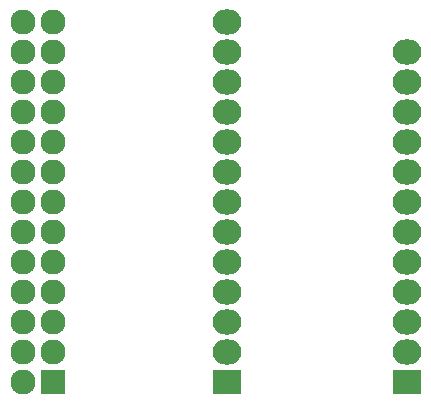
<source format=gts>
G04 #@! TF.FileFunction,Soldermask,Top*
%FSLAX46Y46*%
G04 Gerber Fmt 4.6, Leading zero omitted, Abs format (unit mm)*
G04 Created by KiCad (PCBNEW 4.0.1-stable) date Fri 15 Jan 2016 03:53:27 PM CST*
%MOMM*%
G01*
G04 APERTURE LIST*
%ADD10C,0.100000*%
%ADD11R,2.127200X2.127200*%
%ADD12O,2.127200X2.127200*%
%ADD13R,2.432000X2.127200*%
%ADD14O,2.432000X2.127200*%
G04 APERTURE END LIST*
D10*
D11*
X107696000Y-135636000D03*
D12*
X105156000Y-135636000D03*
X107696000Y-133096000D03*
X105156000Y-133096000D03*
X107696000Y-130556000D03*
X105156000Y-130556000D03*
X107696000Y-128016000D03*
X105156000Y-128016000D03*
X107696000Y-125476000D03*
X105156000Y-125476000D03*
X107696000Y-122936000D03*
X105156000Y-122936000D03*
X107696000Y-120396000D03*
X105156000Y-120396000D03*
X107696000Y-117856000D03*
X105156000Y-117856000D03*
X107696000Y-115316000D03*
X105156000Y-115316000D03*
X107696000Y-112776000D03*
X105156000Y-112776000D03*
X107696000Y-110236000D03*
X105156000Y-110236000D03*
X107696000Y-107696000D03*
X105156000Y-107696000D03*
X107696000Y-105156000D03*
X105156000Y-105156000D03*
D13*
X122428000Y-135636000D03*
D14*
X122428000Y-133096000D03*
X122428000Y-130556000D03*
X122428000Y-128016000D03*
X122428000Y-125476000D03*
X122428000Y-122936000D03*
X122428000Y-120396000D03*
X122428000Y-117856000D03*
X122428000Y-115316000D03*
X122428000Y-112776000D03*
X122428000Y-110236000D03*
X122428000Y-107696000D03*
X122428000Y-105156000D03*
D13*
X137668000Y-135636000D03*
D14*
X137668000Y-133096000D03*
X137668000Y-130556000D03*
X137668000Y-128016000D03*
X137668000Y-125476000D03*
X137668000Y-122936000D03*
X137668000Y-120396000D03*
X137668000Y-117856000D03*
X137668000Y-115316000D03*
X137668000Y-112776000D03*
X137668000Y-110236000D03*
X137668000Y-107696000D03*
M02*

</source>
